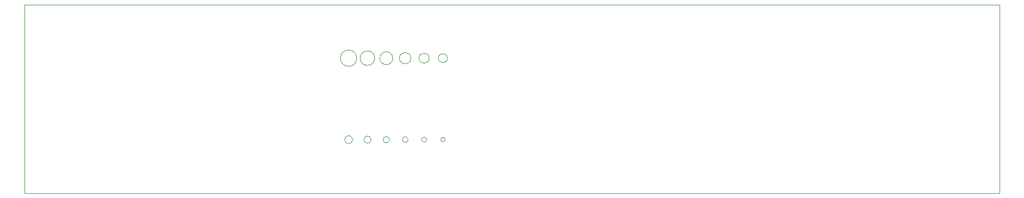
<source format=gbr>
%TF.GenerationSoftware,KiCad,Pcbnew,7.0.1*%
%TF.CreationDate,2023-08-07T22:19:09+01:00*%
%TF.ProjectId,Ruler_KiCad,52756c65-725f-44b6-9943-61642e6b6963,rev?*%
%TF.SameCoordinates,Original*%
%TF.FileFunction,Profile,NP*%
%FSLAX46Y46*%
G04 Gerber Fmt 4.6, Leading zero omitted, Abs format (unit mm)*
G04 Created by KiCad (PCBNEW 7.0.1) date 2023-08-07 22:19:09*
%MOMM*%
%LPD*%
G01*
G04 APERTURE LIST*
%TA.AperFunction,Profile*%
%ADD10C,0.100000*%
%TD*%
G04 APERTURE END LIST*
D10*
X127145500Y-106500000D02*
G75*
G03*
X127145500Y-106500000I-645500J0D01*
G01*
X141861500Y-106500000D02*
G75*
G03*
X141861500Y-106500000I-361500J0D01*
G01*
X136414000Y-93500000D02*
G75*
G03*
X136414000Y-93500000I-914000J0D01*
G01*
X142225000Y-93500000D02*
G75*
G03*
X142225000Y-93500000I-725000J0D01*
G01*
X127794000Y-93500000D02*
G75*
G03*
X127794000Y-93500000I-1294000J0D01*
G01*
X75000000Y-85000000D02*
X230000000Y-85000000D01*
X230000000Y-115000000D01*
X75000000Y-115000000D01*
X75000000Y-85000000D01*
X130652500Y-93500000D02*
G75*
G03*
X130652500Y-93500000I-1152500J0D01*
G01*
X138906000Y-106500000D02*
G75*
G03*
X138906000Y-106500000I-406000J0D01*
G01*
X135956000Y-106500000D02*
G75*
G03*
X135956000Y-106500000I-456000J0D01*
G01*
X130075000Y-106500000D02*
G75*
G03*
X130075000Y-106500000I-575000J0D01*
G01*
X133526500Y-93500000D02*
G75*
G03*
X133526500Y-93500000I-1026500J0D01*
G01*
X139314000Y-93500000D02*
G75*
G03*
X139314000Y-93500000I-814000J0D01*
G01*
X133012000Y-106500000D02*
G75*
G03*
X133012000Y-106500000I-512000J0D01*
G01*
M02*

</source>
